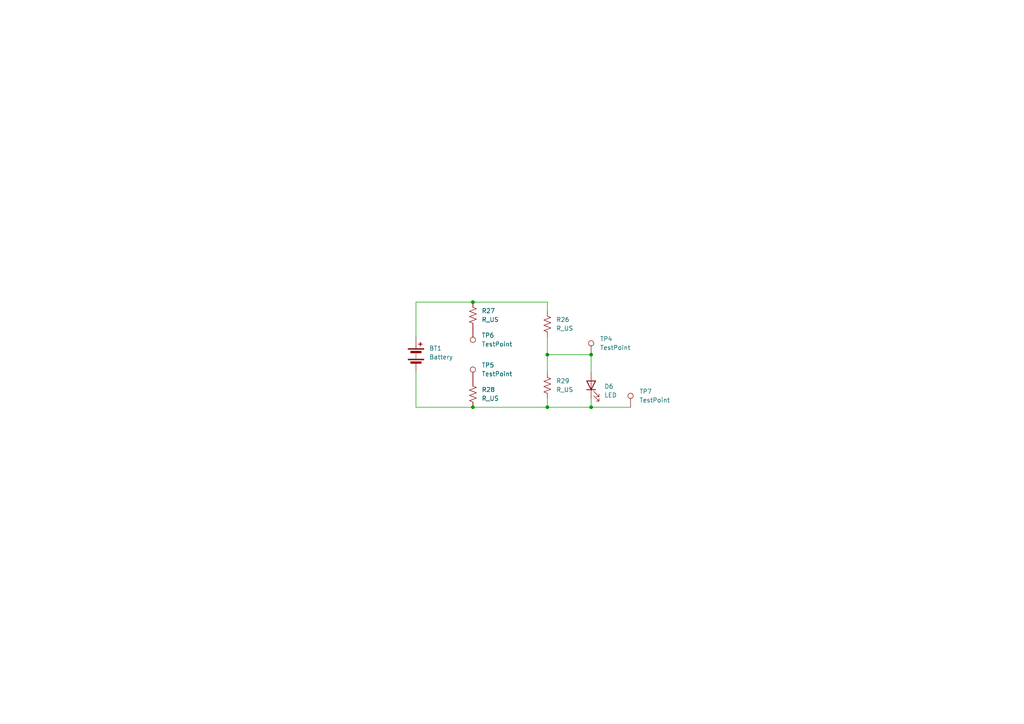
<source format=kicad_sch>
(kicad_sch (version 20231120) (generator "eeschema") (generator_version "8.0")
  (paper "A4")
  (lib_symbols
    (symbol "Connector:TestPoint" (pin_numbers hide) (pin_names (offset 0.762) hide)
      (property "Reference" "TP" (at 0 6.858 0))
      (property "Value" "TestPoint" (at 0 5.08 0))
      (symbol "TestPoint_0_1"
        (circle (center 0 3.302) (radius 0.762))
      )
      (symbol "TestPoint_1_1"
        (pin passive line (at 0 0 90) (length 2.54) (name "1") (number "1"))
      )
    )
    (symbol "Device:Battery" (pin_numbers hide) (pin_names (offset 0) hide)
      (property "Reference" "BT" (at 2.54 2.54 0))
      (property "Value" "Battery" (at 2.54 0 0))
      (symbol "Battery_0_1"
        (rectangle (start -2.286 -1.27) (end 2.286 -1.524) (fill (type outline)))
        (rectangle (start -2.286 1.778) (end 2.286 1.524) (fill (type outline)))
        (rectangle (start -1.524 -2.032) (end 1.524 -2.54) (fill (type outline)))
        (rectangle (start -1.524 1.016) (end 1.524 0.508) (fill (type outline)))
        (polyline (pts (xy 0 -1.016) (xy 0 -0.762)))
        (polyline (pts (xy 0 -0.508) (xy 0 -0.254)))
        (polyline (pts (xy 0 0) (xy 0 0.254)))
        (polyline (pts (xy 0 1.778) (xy 0 2.54)))
        (polyline (pts (xy 0.762 3.048) (xy 1.778 3.048)) (stroke (width 0.254)))
        (polyline (pts (xy 1.27 3.556) (xy 1.27 2.54)) (stroke (width 0.254)))
      )
      (symbol "Battery_1_1"
        (pin passive line (at 0 5.08 270) (length 2.54) (name "+") (number "1"))
        (pin passive line (at 0 -5.08 90) (length 2.54) (name "-") (number "2"))
      )
    )
    (symbol "Device:LED" (pin_numbers hide) (pin_names (offset 1.016) hide)
      (property "Reference" "D" (at 0 2.54 0))
      (property "Value" "LED" (at 0 -2.54 0))
      (symbol "LED_0_1"
        (polyline (pts (xy -1.27 -1.27) (xy -1.27 1.27)) (stroke (width 0.254)))
        (polyline (pts (xy -1.27 0) (xy 1.27 0)))
        (polyline (pts (xy 1.27 -1.27) (xy 1.27 1.27) (xy -1.27 0) (xy 1.27 -1.27)) (stroke (width 0.254)))
        (polyline (pts (xy -3.048 -0.762) (xy -4.572 -2.286) (xy -3.81 -2.286) (xy -4.572 -2.286) (xy -4.572 -1.524)))
        (polyline (pts (xy -1.778 -0.762) (xy -3.302 -2.286) (xy -2.54 -2.286) (xy -3.302 -2.286) (xy -3.302 -1.524)))
      )
      (symbol "LED_1_1"
        (pin passive line (at -3.81 0 0) (length 2.54) (name "K") (number "1"))
        (pin passive line (at 3.81 0 180) (length 2.54) (name "A") (number "2"))
      )
    )
    (symbol "Device:R_US" (pin_numbers hide) (pin_names (offset 0))
      (property "Reference" "R" (at 2.54 0 90))
      (property "Value" "R_US" (at -2.54 0 90))
      (symbol "R_US_0_1"
        (polyline (pts (xy 0 -2.286) (xy 0 -2.54)))
        (polyline (pts (xy 0 2.286) (xy 0 2.54)))
        (polyline (pts (xy 0 -0.762) (xy 1.016 -1.143) (xy 0 -1.524) (xy -1.016 -1.905) (xy 0 -2.286)))
        (polyline (pts (xy 0 0.762) (xy 1.016 0.381) (xy 0 0) (xy -1.016 -0.381) (xy 0 -0.762)))
        (polyline (pts (xy 0 2.286) (xy 1.016 1.905) (xy 0 1.524) (xy -1.016 1.143) (xy 0 0.762)))
      )
      (symbol "R_US_1_1"
        (pin passive line (at 0 3.81 270) (length 1.27) (name "~") (number "1"))
        (pin passive line (at 0 -3.81 90) (length 1.27) (name "~") (number "2"))
      )
    )
  )
  (junction (at 137.16 118.11))
  (junction (at 171.45 102.87))
  (junction (at 137.16 87.63))
  (junction (at 158.75 102.87))
  (junction (at 158.75 118.11))
  (junction (at 171.45 118.11))
  (wire (pts (xy 171.45 107.95) (xy 171.45 102.87)))
  (wire (pts (xy 158.75 97.79) (xy 158.75 102.87)))
  (wire (pts (xy 137.16 118.11) (xy 158.75 118.11)))
  (wire (pts (xy 158.75 115.57) (xy 158.75 118.11)))
  (wire (pts (xy 120.65 87.63) (xy 120.65 97.79)))
  (wire (pts (xy 120.65 118.11) (xy 137.16 118.11)))
  (wire (pts (xy 171.45 118.11) (xy 182.88 118.11)))
  (wire (pts (xy 158.75 102.87) (xy 171.45 102.87)))
  (wire (pts (xy 158.75 87.63) (xy 137.16 87.63)))
  (wire (pts (xy 120.65 87.63) (xy 137.16 87.63)))
  (wire (pts (xy 171.45 118.11) (xy 158.75 118.11)))
  (wire (pts (xy 120.65 107.95) (xy 120.65 118.11)))
  (wire (pts (xy 158.75 90.17) (xy 158.75 87.63)))
  (wire (pts (xy 171.45 115.57) (xy 171.45 118.11)))
  (wire (pts (xy 158.75 102.87) (xy 158.75 107.95)))
  (symbol (lib_id "Connector:TestPoint") (at 137.16 110.49 0) (unit 1)
    (property "Reference" "TP5" (at 139.7 105.9179 0) (effects (justify left)))
    (property "Value" "TestPoint" (at 139.7 108.4579 0) (effects (justify left)))
    (property "Description" "test point" (effects (hide yes)))
  )
  (symbol (lib_id "Connector:TestPoint") (at 182.88 118.11 0) (unit 1)
    (property "Reference" "TP7" (at 185.42 113.5379 0) (effects (justify left)))
    (property "Value" "TestPoint" (at 185.42 116.0779 0) (effects (justify left)))
    (property "Description" "test point" (effects (hide yes)))
  )
  (symbol (lib_id "Connector:TestPoint") (at 137.16 95.25 180) (unit 1)
    (property "Reference" "TP6" (at 139.7 97.2819 0) (effects (justify right)))
    (property "Value" "TestPoint" (at 139.7 99.8219 0) (effects (justify right)))
    (property "Description" "test point" (effects (hide yes)))
  )
  (symbol (lib_id "Device:R_US") (at 158.75 93.98 0) (unit 1)
    (property "Reference" "R26" (at 161.29 92.7099 0) (effects (justify left)))
    (property "Value" "R_US" (at 161.29 95.2499 0) (effects (justify left)))
    (property "Description" "Resistor, US symbol" (effects (hide yes)))
  )
  (symbol (lib_id "Device:R_US") (at 158.75 111.76 0) (unit 1)
    (property "Reference" "R29" (at 161.29 110.4899 0) (effects (justify left)))
    (property "Value" "R_US" (at 161.29 113.0299 0) (effects (justify left)))
    (property "Description" "Resistor, US symbol" (effects (hide yes)))
  )
  (symbol (lib_id "Device:Battery") (at 120.65 102.87 0) (unit 1)
    (property "Reference" "BT1" (at 124.46 101.0284 0) (effects (justify left)))
    (property "Value" "Battery" (at 124.46 103.5684 0) (effects (justify left)))
    (property "Description" "Multiple-cell battery" (effects (hide yes)))
  )
  (symbol (lib_id "Device:LED") (at 171.45 111.76 90) (unit 1)
    (property "Reference" "D6" (at 175.26 112.0774 90) (effects (justify right)))
    (property "Value" "LED" (at 175.26 114.6174 90) (effects (justify right)))
    (property "Description" "Light emitting diode" (effects (hide yes)))
  )
  (symbol (lib_id "Connector:TestPoint") (at 171.45 102.87 0) (unit 1)
    (property "Reference" "TP4" (at 173.99 98.2979 0) (effects (justify left)))
    (property "Value" "TestPoint" (at 173.99 100.8379 0) (effects (justify left)))
    (property "Description" "test point" (effects (hide yes)))
  )
  (symbol (lib_id "Device:R_US") (at 137.16 91.44 0) (unit 1)
    (property "Reference" "R27" (at 139.7 90.1699 0) (effects (justify left)))
    (property "Value" "R_US" (at 139.7 92.7099 0) (effects (justify left)))
    (property "Description" "Resistor, US symbol" (effects (hide yes)))
  )
  (symbol (lib_id "Device:R_US") (at 137.16 114.3 0) (unit 1)
    (property "Reference" "R28" (at 139.7 113.0299 0) (effects (justify left)))
    (property "Value" "R_US" (at 139.7 115.5699 0) (effects (justify left)))
    (property "Description" "Resistor, US symbol" (effects (hide yes)))
  )
)
</source>
